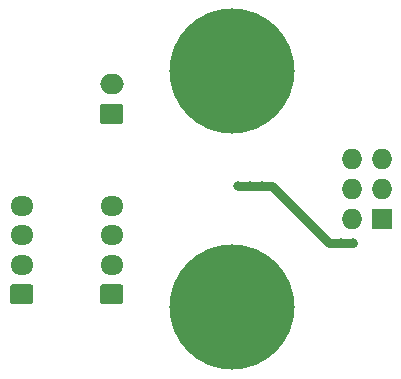
<source format=gbr>
G04 #@! TF.GenerationSoftware,KiCad,Pcbnew,(5.1.4)-1*
G04 #@! TF.CreationDate,2020-03-27T03:55:43-04:00*
G04 #@! TF.ProjectId,RGB_endstop_breakout,5247425f-656e-4647-9374-6f705f627265,rev?*
G04 #@! TF.SameCoordinates,Original*
G04 #@! TF.FileFunction,Copper,L2,Bot*
G04 #@! TF.FilePolarity,Positive*
%FSLAX46Y46*%
G04 Gerber Fmt 4.6, Leading zero omitted, Abs format (unit mm)*
G04 Created by KiCad (PCBNEW (5.1.4)-1) date 2020-03-27 03:55:43*
%MOMM*%
%LPD*%
G04 APERTURE LIST*
%ADD10O,2.000000X1.700000*%
%ADD11C,0.100000*%
%ADD12C,1.700000*%
%ADD13O,1.950000X1.700000*%
%ADD14O,1.727200X1.727200*%
%ADD15R,1.727200X1.727200*%
%ADD16C,10.600000*%
%ADD17C,0.800000*%
%ADD18C,0.762000*%
G04 APERTURE END LIST*
D10*
X138840000Y-96110000D03*
D11*
G36*
X139614504Y-97761204D02*
G01*
X139638773Y-97764804D01*
X139662571Y-97770765D01*
X139685671Y-97779030D01*
X139707849Y-97789520D01*
X139728893Y-97802133D01*
X139748598Y-97816747D01*
X139766777Y-97833223D01*
X139783253Y-97851402D01*
X139797867Y-97871107D01*
X139810480Y-97892151D01*
X139820970Y-97914329D01*
X139829235Y-97937429D01*
X139835196Y-97961227D01*
X139838796Y-97985496D01*
X139840000Y-98010000D01*
X139840000Y-99210000D01*
X139838796Y-99234504D01*
X139835196Y-99258773D01*
X139829235Y-99282571D01*
X139820970Y-99305671D01*
X139810480Y-99327849D01*
X139797867Y-99348893D01*
X139783253Y-99368598D01*
X139766777Y-99386777D01*
X139748598Y-99403253D01*
X139728893Y-99417867D01*
X139707849Y-99430480D01*
X139685671Y-99440970D01*
X139662571Y-99449235D01*
X139638773Y-99455196D01*
X139614504Y-99458796D01*
X139590000Y-99460000D01*
X138090000Y-99460000D01*
X138065496Y-99458796D01*
X138041227Y-99455196D01*
X138017429Y-99449235D01*
X137994329Y-99440970D01*
X137972151Y-99430480D01*
X137951107Y-99417867D01*
X137931402Y-99403253D01*
X137913223Y-99386777D01*
X137896747Y-99368598D01*
X137882133Y-99348893D01*
X137869520Y-99327849D01*
X137859030Y-99305671D01*
X137850765Y-99282571D01*
X137844804Y-99258773D01*
X137841204Y-99234504D01*
X137840000Y-99210000D01*
X137840000Y-98010000D01*
X137841204Y-97985496D01*
X137844804Y-97961227D01*
X137850765Y-97937429D01*
X137859030Y-97914329D01*
X137869520Y-97892151D01*
X137882133Y-97871107D01*
X137896747Y-97851402D01*
X137913223Y-97833223D01*
X137931402Y-97816747D01*
X137951107Y-97802133D01*
X137972151Y-97789520D01*
X137994329Y-97779030D01*
X138017429Y-97770765D01*
X138041227Y-97764804D01*
X138065496Y-97761204D01*
X138090000Y-97760000D01*
X139590000Y-97760000D01*
X139614504Y-97761204D01*
X139614504Y-97761204D01*
G37*
D12*
X138840000Y-98610000D03*
D13*
X138840000Y-106390000D03*
X138840000Y-108890000D03*
X138840000Y-111390000D03*
D11*
G36*
X139589504Y-113041204D02*
G01*
X139613773Y-113044804D01*
X139637571Y-113050765D01*
X139660671Y-113059030D01*
X139682849Y-113069520D01*
X139703893Y-113082133D01*
X139723598Y-113096747D01*
X139741777Y-113113223D01*
X139758253Y-113131402D01*
X139772867Y-113151107D01*
X139785480Y-113172151D01*
X139795970Y-113194329D01*
X139804235Y-113217429D01*
X139810196Y-113241227D01*
X139813796Y-113265496D01*
X139815000Y-113290000D01*
X139815000Y-114490000D01*
X139813796Y-114514504D01*
X139810196Y-114538773D01*
X139804235Y-114562571D01*
X139795970Y-114585671D01*
X139785480Y-114607849D01*
X139772867Y-114628893D01*
X139758253Y-114648598D01*
X139741777Y-114666777D01*
X139723598Y-114683253D01*
X139703893Y-114697867D01*
X139682849Y-114710480D01*
X139660671Y-114720970D01*
X139637571Y-114729235D01*
X139613773Y-114735196D01*
X139589504Y-114738796D01*
X139565000Y-114740000D01*
X138115000Y-114740000D01*
X138090496Y-114738796D01*
X138066227Y-114735196D01*
X138042429Y-114729235D01*
X138019329Y-114720970D01*
X137997151Y-114710480D01*
X137976107Y-114697867D01*
X137956402Y-114683253D01*
X137938223Y-114666777D01*
X137921747Y-114648598D01*
X137907133Y-114628893D01*
X137894520Y-114607849D01*
X137884030Y-114585671D01*
X137875765Y-114562571D01*
X137869804Y-114538773D01*
X137866204Y-114514504D01*
X137865000Y-114490000D01*
X137865000Y-113290000D01*
X137866204Y-113265496D01*
X137869804Y-113241227D01*
X137875765Y-113217429D01*
X137884030Y-113194329D01*
X137894520Y-113172151D01*
X137907133Y-113151107D01*
X137921747Y-113131402D01*
X137938223Y-113113223D01*
X137956402Y-113096747D01*
X137976107Y-113082133D01*
X137997151Y-113069520D01*
X138019329Y-113059030D01*
X138042429Y-113050765D01*
X138066227Y-113044804D01*
X138090496Y-113041204D01*
X138115000Y-113040000D01*
X139565000Y-113040000D01*
X139589504Y-113041204D01*
X139589504Y-113041204D01*
G37*
D12*
X138840000Y-113890000D03*
D13*
X131220000Y-106390000D03*
X131220000Y-108890000D03*
X131220000Y-111390000D03*
D11*
G36*
X131969504Y-113041204D02*
G01*
X131993773Y-113044804D01*
X132017571Y-113050765D01*
X132040671Y-113059030D01*
X132062849Y-113069520D01*
X132083893Y-113082133D01*
X132103598Y-113096747D01*
X132121777Y-113113223D01*
X132138253Y-113131402D01*
X132152867Y-113151107D01*
X132165480Y-113172151D01*
X132175970Y-113194329D01*
X132184235Y-113217429D01*
X132190196Y-113241227D01*
X132193796Y-113265496D01*
X132195000Y-113290000D01*
X132195000Y-114490000D01*
X132193796Y-114514504D01*
X132190196Y-114538773D01*
X132184235Y-114562571D01*
X132175970Y-114585671D01*
X132165480Y-114607849D01*
X132152867Y-114628893D01*
X132138253Y-114648598D01*
X132121777Y-114666777D01*
X132103598Y-114683253D01*
X132083893Y-114697867D01*
X132062849Y-114710480D01*
X132040671Y-114720970D01*
X132017571Y-114729235D01*
X131993773Y-114735196D01*
X131969504Y-114738796D01*
X131945000Y-114740000D01*
X130495000Y-114740000D01*
X130470496Y-114738796D01*
X130446227Y-114735196D01*
X130422429Y-114729235D01*
X130399329Y-114720970D01*
X130377151Y-114710480D01*
X130356107Y-114697867D01*
X130336402Y-114683253D01*
X130318223Y-114666777D01*
X130301747Y-114648598D01*
X130287133Y-114628893D01*
X130274520Y-114607849D01*
X130264030Y-114585671D01*
X130255765Y-114562571D01*
X130249804Y-114538773D01*
X130246204Y-114514504D01*
X130245000Y-114490000D01*
X130245000Y-113290000D01*
X130246204Y-113265496D01*
X130249804Y-113241227D01*
X130255765Y-113217429D01*
X130264030Y-113194329D01*
X130274520Y-113172151D01*
X130287133Y-113151107D01*
X130301747Y-113131402D01*
X130318223Y-113113223D01*
X130336402Y-113096747D01*
X130356107Y-113082133D01*
X130377151Y-113069520D01*
X130399329Y-113059030D01*
X130422429Y-113050765D01*
X130446227Y-113044804D01*
X130470496Y-113041204D01*
X130495000Y-113040000D01*
X131945000Y-113040000D01*
X131969504Y-113041204D01*
X131969504Y-113041204D01*
G37*
D12*
X131220000Y-113890000D03*
D14*
X159160000Y-102460000D03*
X161700000Y-102460000D03*
X159160000Y-105000000D03*
X161700000Y-105000000D03*
X159160000Y-107540000D03*
D15*
X161700000Y-107540000D03*
D16*
X149000000Y-115000000D03*
X149000000Y-95000000D03*
D17*
X157255000Y-109572000D03*
X158271000Y-109572000D03*
X159287000Y-109572000D03*
X149508000Y-104746000D03*
X150524000Y-104746000D03*
X151540000Y-104746000D03*
D18*
X159287000Y-109572000D02*
X157255000Y-109572000D01*
X157255000Y-109572000D02*
X152429000Y-104746000D01*
X152429000Y-104746000D02*
X151286000Y-104746000D01*
X150397000Y-104746000D02*
X149508000Y-104746000D01*
X151286000Y-104746000D02*
X150397000Y-104746000D01*
M02*

</source>
